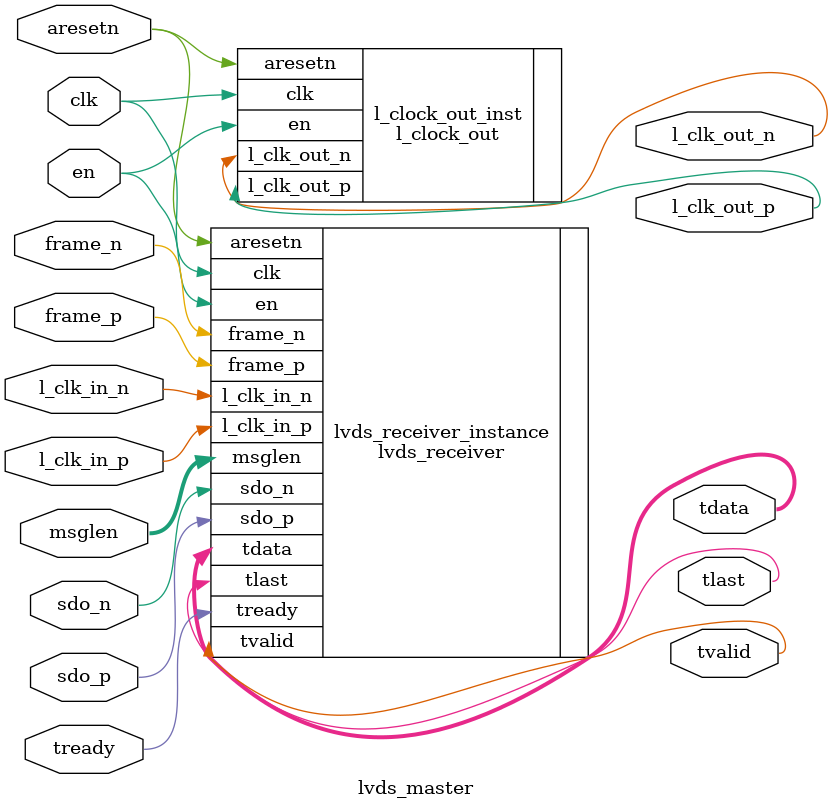
<source format=v>
`timescale 1ns / 1ps


//module lvds_master #(parameter MSGLEN = 44)(
module lvds_master (

    input en,
    input clk,
    input aresetn,
    input frame_p,
    input frame_n,
    input sdo_p,
    input sdo_n,
    input l_clk_in_p,
    input l_clk_in_n,
    input [5:0] msglen,
    output [47:0] tdata,
    output l_clk_out_p,
    output l_clk_out_n,
    input tready,
    output tvalid,
    output tlast
    );
    
    
    l_clock_out l_clock_out_inst (
    .clk(clk),    // Connecting input port 'a' to in1
    .aresetn(aresetn),    // Connecting input port 'b' to in2
    .en(en),
    .l_clk_out_p(l_clk_out_p),    // Connecting output port 'y' to out1
    .l_clk_out_n(l_clk_out_n));
            
    
    lvds_receiver lvds_receiver_instance (
    .clk(clk),
    .l_clk_in_p(l_clk_in_p),
    .l_clk_in_n(l_clk_in_n),
    .sdo_p(sdo_p),
    .sdo_n(sdo_n),
    .frame_p(frame_p),
    .frame_n(frame_n),
    .en(en),
    .aresetn(aresetn),
    .tdata(tdata),
    .tvalid(tvalid),
    .tready(tready),
    .tlast(tlast),
    .msglen(msglen));
    
    
    
    
endmodule

</source>
